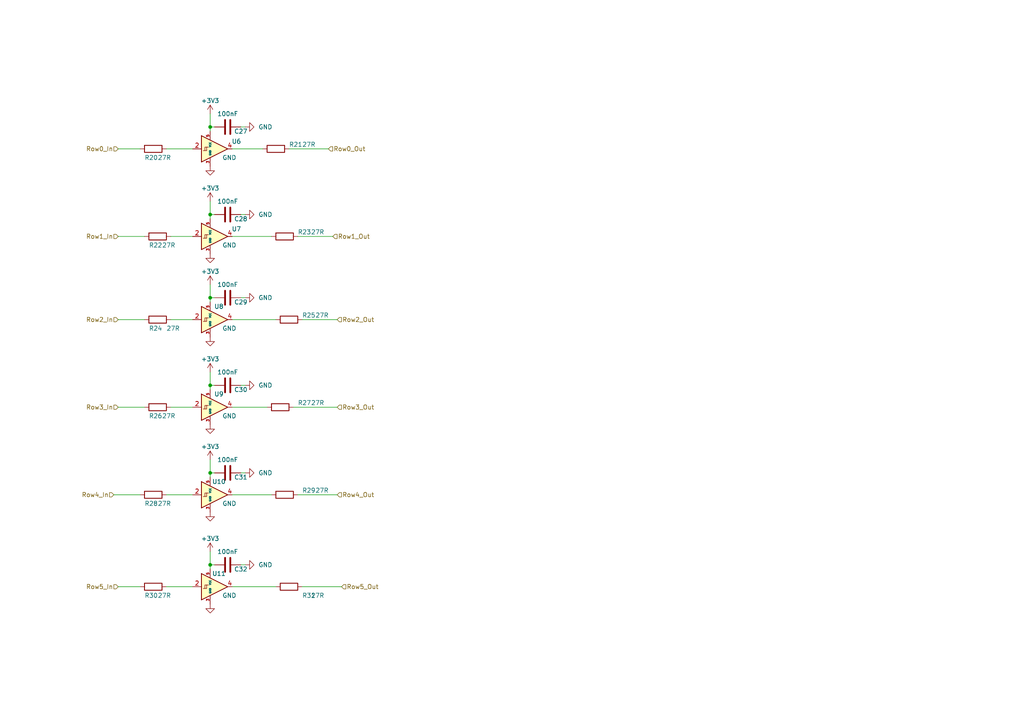
<source format=kicad_sch>
(kicad_sch (version 20211123) (generator eeschema)
  (paper "A4")
  (lib_symbols
    (symbol "Device:C" (pin_numbers hide) (pin_names (offset 0.254))
      (property "Reference" "C" (at 0.635 2.54 0))
      (property "Value" "C" (at 0.635 -2.54 0))
      (symbol "C_0_1"
        (polyline (pts (xy -2.032 -0.762) (xy 2.032 -0.762)) (stroke (width 0.508)))
        (polyline (pts (xy -2.032 0.762) (xy 2.032 0.762)) (stroke (width 0.508)))
      )
      (symbol "C_1_1"
        (pin passive line (at 0 3.81 270) (length 2.794) (name "~") (number "1"))
        (pin passive line (at 0 -3.81 90) (length 2.794) (name "~") (number "2"))
      )
    )
    (symbol "Device:R" (pin_numbers hide) (pin_names (offset 0))
      (property "Reference" "R" (at 2.032 0 90))
      (property "Value" "R" (at 0 0 90))
      (symbol "R_0_1"
        (rectangle (start -1.016 -2.54) (end 1.016 2.54) (stroke (width 0.254)))
      )
      (symbol "R_1_1"
        (pin passive line (at 0 3.81 270) (length 1.27) (name "~") (number "1"))
        (pin passive line (at 0 -3.81 90) (length 1.27) (name "~") (number "2"))
      )
    )
    (symbol "User_Global_Symbols:SN74LVC1G17"
      (property "Reference" "U" (at 2.54 3.81 0))
      (symbol "SN74LVC1G17_0_1"
        (polyline (pts (xy -1.016 0.508) (xy -0.508 0.508)))
        (polyline (pts (xy -2.54 3.81) (xy -2.54 -3.81) (xy 5.08 0) (xy -2.54 3.81)) (stroke (width 0.254)) (fill (type background)))
        (polyline (pts (xy -1.524 -0.508) (xy -1.524 0.508) (xy -1.016 0.508) (xy -1.016 -0.508) (xy -2.032 -0.508)))
      )
      (symbol "SN74LVC1G17_1_1"
        (pin no_connect line (at -5.08 2.54 0) (length 2.54) hide (name "") (number "1"))
        (pin input line (at -5.08 0 0) (length 2.54) (name "~") (number "2"))
        (pin power_in line (at 0 -5.08 90) (length 2.54) (name "GND") (number "3"))
        (pin output line (at 6.35 0 180) (length 1.27) (name "~") (number "4"))
        (pin power_in line (at 0 5.08 270) (length 2.54) (name "VCC") (number "5"))
      )
    )
    (symbol "power:+3V3" (power) (pin_names (offset 0))
      (property "Value" "+3V3" (at 0 3.556 0))
      (symbol "+3V3_0_1"
        (polyline (pts (xy -0.762 1.27) (xy 0 2.54)))
        (polyline (pts (xy 0 0) (xy 0 2.54)))
        (polyline (pts (xy 0 2.54) (xy 0.762 1.27)))
      )
      (symbol "+3V3_1_1"
        (pin power_in line (at 0 0 90) (length 0) hide (name "+3V3") (number "1"))
      )
    )
    (symbol "power:GND" (power) (pin_names (offset 0))
      (property "Value" "GND" (at 0 -3.81 0))
      (symbol "GND_0_1"
        (polyline (pts (xy 0 0) (xy 0 -1.27) (xy 1.27 -1.27) (xy 0 -2.54) (xy -1.27 -1.27) (xy 0 -1.27)))
      )
      (symbol "GND_1_1"
        (pin power_in line (at 0 0 270) (length 0) hide (name "GND") (number "1"))
      )
    )
  )
  (junction (at 60.96 36.83))
  (junction (at 60.96 163.83))
  (junction (at 60.96 86.36))
  (junction (at 60.96 62.23))
  (junction (at 60.96 137.16))
  (junction (at 60.96 111.76))
  (wire (pts (xy 60.96 86.36) (xy 62.23 86.36)))
  (wire (pts (xy 60.96 38.1) (xy 60.96 36.83)))
  (wire (pts (xy 69.85 62.23) (xy 71.12 62.23)))
  (wire (pts (xy 34.29 92.71) (xy 41.91 92.71)))
  (wire (pts (xy 69.85 163.83) (xy 71.12 163.83)))
  (wire (pts (xy 87.63 92.71) (xy 97.79 92.71)))
  (wire (pts (xy 60.96 138.43) (xy 60.96 137.16)))
  (wire (pts (xy 60.96 36.83) (xy 62.23 36.83)))
  (wire (pts (xy 60.96 62.23) (xy 62.23 62.23)))
  (wire (pts (xy 34.29 170.18) (xy 40.64 170.18)))
  (wire (pts (xy 69.85 137.16) (xy 71.12 137.16)))
  (wire (pts (xy 67.31 43.18) (xy 76.2 43.18)))
  (wire (pts (xy 60.96 82.55) (xy 60.96 86.36)))
  (wire (pts (xy 48.26 43.18) (xy 55.88 43.18)))
  (wire (pts (xy 67.31 143.51) (xy 78.74 143.51)))
  (wire (pts (xy 67.31 68.58) (xy 78.74 68.58)))
  (wire (pts (xy 60.96 58.42) (xy 60.96 62.23)))
  (wire (pts (xy 60.96 113.03) (xy 60.96 111.76)))
  (wire (pts (xy 60.96 107.95) (xy 60.96 111.76)))
  (wire (pts (xy 33.02 143.51) (xy 40.64 143.51)))
  (wire (pts (xy 49.53 118.11) (xy 55.88 118.11)))
  (wire (pts (xy 69.85 111.76) (xy 71.12 111.76)))
  (wire (pts (xy 85.09 118.11) (xy 97.79 118.11)))
  (wire (pts (xy 60.96 63.5) (xy 60.96 62.23)))
  (wire (pts (xy 60.96 33.02) (xy 60.96 36.83)))
  (wire (pts (xy 83.82 43.18) (xy 95.25 43.18)))
  (wire (pts (xy 60.96 111.76) (xy 62.23 111.76)))
  (wire (pts (xy 60.96 87.63) (xy 60.96 86.36)))
  (wire (pts (xy 60.96 163.83) (xy 62.23 163.83)))
  (wire (pts (xy 69.85 36.83) (xy 71.12 36.83)))
  (wire (pts (xy 34.29 118.11) (xy 41.91 118.11)))
  (wire (pts (xy 49.53 92.71) (xy 55.88 92.71)))
  (wire (pts (xy 86.36 143.51) (xy 97.79 143.51)))
  (wire (pts (xy 87.63 170.18) (xy 99.06 170.18)))
  (wire (pts (xy 67.31 170.18) (xy 80.01 170.18)))
  (wire (pts (xy 67.31 118.11) (xy 77.47 118.11)))
  (wire (pts (xy 48.26 143.51) (xy 55.88 143.51)))
  (wire (pts (xy 67.31 92.71) (xy 80.01 92.71)))
  (wire (pts (xy 60.96 160.02) (xy 60.96 163.83)))
  (wire (pts (xy 69.85 86.36) (xy 71.12 86.36)))
  (wire (pts (xy 60.96 133.35) (xy 60.96 137.16)))
  (wire (pts (xy 48.26 170.18) (xy 55.88 170.18)))
  (wire (pts (xy 60.96 165.1) (xy 60.96 163.83)))
  (wire (pts (xy 34.29 68.58) (xy 41.91 68.58)))
  (wire (pts (xy 86.36 68.58) (xy 96.52 68.58)))
  (wire (pts (xy 60.96 137.16) (xy 62.23 137.16)))
  (wire (pts (xy 34.29 43.18) (xy 40.64 43.18)))
  (wire (pts (xy 49.53 68.58) (xy 55.88 68.58)))
  (hierarchical_label "Row1_In" (shape input) (at 34.29 68.58 180))
  (hierarchical_label "Row5_In" (shape input) (at 34.29 170.18 180))
  (hierarchical_label "Row4_In" (shape input) (at 33.02 143.51 180))
  (hierarchical_label "Row0_Out" (shape input) (at 95.25 43.18 0))
  (hierarchical_label "Row3_In" (shape input) (at 34.29 118.11 180))
  (hierarchical_label "Row1_Out" (shape input) (at 96.52 68.58 0))
  (hierarchical_label "Row0_In" (shape input) (at 34.29 43.18 180))
  (hierarchical_label "Row2_In" (shape input) (at 34.29 92.71 180))
  (hierarchical_label "Row4_Out" (shape input) (at 97.79 143.51 0))
  (hierarchical_label "Row3_Out" (shape input) (at 97.79 118.11 0))
  (hierarchical_label "Row5_Out" (shape input) (at 99.06 170.18 0))
  (hierarchical_label "Row2_Out" (shape input) (at 97.79 92.71 0))
  (symbol (lib_id "Device:R") (at 82.55 68.58 270) (unit 1)
    (property "Reference" "R23" (at 86.36 67.31 90) (effects (justify left)))
    (property "Value" "27R" (at 90.17 67.31 90) (effects (justify left)))
    (property "Footprint" "Resistor_SMD:R_0603_1608Metric" (effects hide))
    (property "LCSC" "C25190" (effects hide))
  )
  (symbol (lib_id "Device:R") (at 45.72 92.71 270) (unit 1)
    (property "Reference" "R24" (at 43.18 95.25 90) (effects (justify left)))
    (property "Value" "27R" (at 48.26 95.25 90) (effects (justify left)))
    (property "Footprint" "Resistor_SMD:R_0603_1608Metric" (effects hide))
    (property "LCSC" "C25190" (effects hide))
  )
  (symbol (lib_id "Device:R") (at 44.45 170.18 270) (unit 1)
    (property "Reference" "R30" (at 41.91 172.72 90) (effects (justify left)))
    (property "Value" "27R" (at 45.72 172.72 90) (effects (justify left)))
    (property "Footprint" "Resistor_SMD:R_0603_1608Metric" (effects hide))
    (property "LCSC" "C25190" (effects hide))
  )
  (symbol (lib_id "Device:R") (at 44.45 143.51 270) (unit 1)
    (property "Reference" "R28" (at 41.91 146.05 90) (effects (justify left)))
    (property "Value" "27R" (at 45.72 146.05 90) (effects (justify left)))
    (property "Footprint" "Resistor_SMD:R_0603_1608Metric" (effects hide))
    (property "LCSC" "C25190" (effects hide))
  )
  (symbol (lib_id "Device:R") (at 83.82 92.71 270) (unit 1)
    (property "Reference" "R25" (at 87.63 91.44 90) (effects (justify left)))
    (property "Value" "27R" (at 91.44 91.44 90) (effects (justify left)))
    (property "Footprint" "Resistor_SMD:R_0603_1608Metric" (effects hide))
    (property "LCSC" "C25190" (effects hide))
  )
  (symbol (lib_id "Device:C") (at 66.04 62.23 90) (unit 1)
    (property "Reference" "C28" (at 69.85 63.5 90))
    (property "Value" "100nF" (at 66.04 58.42 90))
    (property "Footprint" "Capacitor_SMD:C_0603_1608Metric" (effects hide))
    (property "LCSC" "C14663" (effects hide))
  )
  (symbol (lib_id "Device:C") (at 66.04 111.76 90) (unit 1)
    (property "Reference" "C30" (at 69.85 113.03 90))
    (property "Value" "100nF" (at 66.04 107.95 90))
    (property "Footprint" "Capacitor_SMD:C_0603_1608Metric" (effects hide))
    (property "LCSC" "C14663" (effects hide))
  )
  (symbol (lib_id "power:GND") (at 71.12 163.83 90) (unit 1)
    (property "Reference" "#PWR081" (effects hide))
    (property "Value" "GND" (at 74.93 163.83 90) (effects (justify right)))
  )
  (symbol (lib_id "User_Global_Symbols:SN74LVC1G17") (at 60.96 143.51 0) (unit 1)
    (property "Reference" "U10" (at 63.5 139.7 0))
    (property "Value" "SN74LVC1G17" (effects hide))
    (property "Footprint" "Package_TO_SOT_SMD:SOT-23-5_HandSoldering" (effects hide))
    (property "Datasheet" "https://www.ti.com/lit/ds/symlink/sn74lvc1g17.pdf?ts=1659942304699&ref_url=https%253A%252F%252Fwww.google.com%252F" (effects hide))
    (property "LCSC" "C7836" (effects hide))
  )
  (symbol (lib_id "User_Global_Symbols:SN74LVC1G17") (at 60.96 43.18 0) (unit 1)
    (property "Reference" "U6" (at 68.58 41.021 0))
    (property "Value" "SN74LVC1G17" (effects hide))
    (property "Footprint" "Package_TO_SOT_SMD:SOT-23-5_HandSoldering" (effects hide))
    (property "Datasheet" "https://www.ti.com/lit/ds/symlink/sn74lvc1g17.pdf?ts=1659942304699&ref_url=https%253A%252F%252Fwww.google.com%252F" (effects hide))
    (property "LCSC" "C7836" (effects hide))
  )
  (symbol (lib_id "power:GND") (at 60.96 175.26 0) (unit 1)
    (property "Reference" "#PWR082" (effects hide))
    (property "Value" "GND" (at 68.58 172.72 0) (effects (justify right)))
  )
  (symbol (lib_id "Device:C") (at 66.04 163.83 90) (unit 1)
    (property "Reference" "C32" (at 69.85 165.1 90))
    (property "Value" "100nF" (at 66.04 160.02 90))
    (property "Footprint" "Capacitor_SMD:C_0603_1608Metric" (effects hide))
    (property "LCSC" "C14663" (effects hide))
  )
  (symbol (lib_id "power:+3V3") (at 60.96 133.35 0) (unit 1)
    (property "Reference" "#PWR077" (effects hide))
    (property "Value" "+3V3" (at 60.96 129.54 0))
  )
  (symbol (lib_id "power:+3V3") (at 60.96 107.95 0) (unit 1)
    (property "Reference" "#PWR074" (effects hide))
    (property "Value" "+3V3" (at 60.96 104.14 0))
  )
  (symbol (lib_id "power:+3V3") (at 60.96 160.02 0) (unit 1)
    (property "Reference" "#PWR080" (effects hide))
    (property "Value" "+3V3" (at 60.96 156.21 0))
  )
  (symbol (lib_id "power:GND") (at 60.96 123.19 0) (unit 1)
    (property "Reference" "#PWR076" (effects hide))
    (property "Value" "GND" (at 68.58 120.65 0) (effects (justify right)))
  )
  (symbol (lib_id "power:GND") (at 71.12 62.23 90) (unit 1)
    (property "Reference" "#PWR069" (effects hide))
    (property "Value" "GND" (at 74.93 62.23 90) (effects (justify right)))
  )
  (symbol (lib_id "power:+3V3") (at 60.96 82.55 0) (unit 1)
    (property "Reference" "#PWR071" (effects hide))
    (property "Value" "+3V3" (at 60.96 78.74 0))
  )
  (symbol (lib_id "power:GND") (at 71.12 36.83 90) (unit 1)
    (property "Reference" "#PWR066" (effects hide))
    (property "Value" "GND" (at 74.93 36.83 90) (effects (justify right)))
  )
  (symbol (lib_id "Device:C") (at 66.04 36.83 90) (unit 1)
    (property "Reference" "C27" (at 69.85 38.1 90))
    (property "Value" "100nF" (at 66.04 33.02 90))
    (property "Footprint" "Capacitor_SMD:C_0603_1608Metric" (effects hide))
    (property "LCSC" "C14663" (effects hide))
  )
  (symbol (lib_id "Device:R") (at 44.45 43.18 270) (unit 1)
    (property "Reference" "R20" (at 41.91 45.72 90) (effects (justify left)))
    (property "Value" "27R" (at 45.72 45.72 90) (effects (justify left)))
    (property "Footprint" "Resistor_SMD:R_0603_1608Metric" (effects hide))
    (property "LCSC" "C25190" (effects hide))
  )
  (symbol (lib_id "Device:R") (at 83.82 170.18 270) (unit 1)
    (property "Reference" "R31" (at 87.63 172.72 90) (effects (justify left)))
    (property "Value" "27R" (at 90.17 172.72 90) (effects (justify left)))
    (property "Footprint" "Resistor_SMD:R_0603_1608Metric" (effects hide))
    (property "LCSC" "C25190" (effects hide))
  )
  (symbol (lib_id "User_Global_Symbols:SN74LVC1G17") (at 60.96 92.71 0) (unit 1)
    (property "Reference" "U8" (at 63.5 88.9 0))
    (property "Value" "SN74LVC1G17" (effects hide))
    (property "Footprint" "Package_TO_SOT_SMD:SOT-23-5_HandSoldering" (effects hide))
    (property "Datasheet" "https://www.ti.com/lit/ds/symlink/sn74lvc1g17.pdf?ts=1659942304699&ref_url=https%253A%252F%252Fwww.google.com%252F" (effects hide))
    (property "LCSC" "C7836" (effects hide))
  )
  (symbol (lib_id "Device:C") (at 66.04 137.16 90) (unit 1)
    (property "Reference" "C31" (at 69.85 138.43 90))
    (property "Value" "100nF" (at 66.04 133.35 90))
    (property "Footprint" "Capacitor_SMD:C_0603_1608Metric" (effects hide))
    (property "LCSC" "C14663" (effects hide))
  )
  (symbol (lib_id "power:GND") (at 71.12 86.36 90) (unit 1)
    (property "Reference" "#PWR072" (effects hide))
    (property "Value" "GND" (at 74.93 86.36 90) (effects (justify right)))
  )
  (symbol (lib_id "Device:R") (at 81.28 118.11 270) (unit 1)
    (property "Reference" "R27" (at 86.36 116.84 90) (effects (justify left)))
    (property "Value" "27R" (at 90.17 116.84 90) (effects (justify left)))
    (property "Footprint" "Resistor_SMD:R_0603_1608Metric" (effects hide))
    (property "LCSC" "C25190" (effects hide))
  )
  (symbol (lib_id "Device:R") (at 80.01 43.18 270) (unit 1)
    (property "Reference" "R21" (at 83.82 41.91 90) (effects (justify left)))
    (property "Value" "27R" (at 87.63 41.91 90) (effects (justify left)))
    (property "Footprint" "Resistor_SMD:R_0603_1608Metric" (effects hide))
    (property "LCSC" "C25190" (effects hide))
  )
  (symbol (lib_id "User_Global_Symbols:SN74LVC1G17") (at 60.96 68.58 0) (unit 1)
    (property "Reference" "U7" (at 68.58 66.421 0))
    (property "Value" "SN74LVC1G17" (effects hide))
    (property "Footprint" "Package_TO_SOT_SMD:SOT-23-5_HandSoldering" (effects hide))
    (property "Datasheet" "https://www.ti.com/lit/ds/symlink/sn74lvc1g17.pdf?ts=1659942304699&ref_url=https%253A%252F%252Fwww.google.com%252F" (effects hide))
    (property "LCSC" "C7836" (effects hide))
  )
  (symbol (lib_id "power:GND") (at 71.12 111.76 90) (unit 1)
    (property "Reference" "#PWR075" (effects hide))
    (property "Value" "GND" (at 74.93 111.76 90) (effects (justify right)))
  )
  (symbol (lib_id "power:+3V3") (at 60.96 33.02 0) (unit 1)
    (property "Reference" "#PWR065" (effects hide))
    (property "Value" "+3V3" (at 60.96 29.21 0))
  )
  (symbol (lib_id "Device:R") (at 45.72 68.58 270) (unit 1)
    (property "Reference" "R22" (at 43.18 71.12 90) (effects (justify left)))
    (property "Value" "27R" (at 46.99 71.12 90) (effects (justify left)))
    (property "Footprint" "Resistor_SMD:R_0603_1608Metric" (effects hide))
    (property "LCSC" "C25190" (effects hide))
  )
  (symbol (lib_id "power:GND") (at 60.96 73.66 0) (unit 1)
    (property "Reference" "#PWR070" (effects hide))
    (property "Value" "GND" (at 68.58 71.12 0) (effects (justify right)))
  )
  (symbol (lib_id "power:GND") (at 60.96 148.59 0) (unit 1)
    (property "Reference" "#PWR079" (effects hide))
    (property "Value" "GND" (at 68.58 146.05 0) (effects (justify right)))
  )
  (symbol (lib_id "power:+3V3") (at 60.96 58.42 0) (unit 1)
    (property "Reference" "#PWR068" (effects hide))
    (property "Value" "+3V3" (at 60.96 54.61 0))
  )
  (symbol (lib_id "power:GND") (at 60.96 48.26 0) (unit 1)
    (property "Reference" "#PWR067" (effects hide))
    (property "Value" "GND" (at 68.58 45.72 0) (effects (justify right)))
  )
  (symbol (lib_id "User_Global_Symbols:SN74LVC1G17") (at 60.96 118.11 0) (unit 1)
    (property "Reference" "U9" (at 63.5 114.3 0))
    (property "Value" "SN74LVC1G17" (effects hide))
    (property "Footprint" "Package_TO_SOT_SMD:SOT-23-5_HandSoldering" (effects hide))
    (property "Datasheet" "https://www.ti.com/lit/ds/symlink/sn74lvc1g17.pdf?ts=1659942304699&ref_url=https%253A%252F%252Fwww.google.com%252F" (effects hide))
    (property "LCSC" "C7836" (effects hide))
  )
  (symbol (lib_id "Device:R") (at 45.72 118.11 270) (unit 1)
    (property "Reference" "R26" (at 43.18 120.65 90) (effects (justify left)))
    (property "Value" "27R" (at 46.99 120.65 90) (effects (justify left)))
    (property "Footprint" "Resistor_SMD:R_0603_1608Metric" (effects hide))
    (property "LCSC" "C25190" (effects hide))
  )
  (symbol (lib_id "Device:R") (at 82.55 143.51 270) (unit 1)
    (property "Reference" "R29" (at 87.63 142.24 90) (effects (justify left)))
    (property "Value" "27R" (at 91.44 142.24 90) (effects (justify left)))
    (property "Footprint" "Resistor_SMD:R_0603_1608Metric" (effects hide))
    (property "LCSC" "C25190" (effects hide))
  )
  (symbol (lib_id "power:GND") (at 71.12 137.16 90) (unit 1)
    (property "Reference" "#PWR078" (effects hide))
    (property "Value" "GND" (at 74.93 137.16 90) (effects (justify right)))
  )
  (symbol (lib_id "Device:C") (at 66.04 86.36 90) (unit 1)
    (property "Reference" "C29" (at 69.85 87.63 90))
    (property "Value" "100nF" (at 66.04 82.55 90))
    (property "Footprint" "Capacitor_SMD:C_0603_1608Metric" (effects hide))
    (property "LCSC" "C14663" (effects hide))
  )
  (symbol (lib_id "power:GND") (at 60.96 97.79 0) (unit 1)
    (property "Reference" "#PWR073" (effects hide))
    (property "Value" "GND" (at 68.58 95.25 0) (effects (justify right)))
  )
  (symbol (lib_id "User_Global_Symbols:SN74LVC1G17") (at 60.96 170.18 0) (unit 1)
    (property "Reference" "U11" (at 63.5 166.37 0))
    (property "Value" "SN74LVC1G17" (effects hide))
    (property "Footprint" "Package_TO_SOT_SMD:SOT-23-5_HandSoldering" (effects hide))
    (property "Datasheet" "https://www.ti.com/lit/ds/symlink/sn74lvc1g17.pdf?ts=1659942304699&ref_url=https%253A%252F%252Fwww.google.com%252F" (effects hide))
    (property "LCSC" "C7836" (effects hide))
  )
)
</source>
